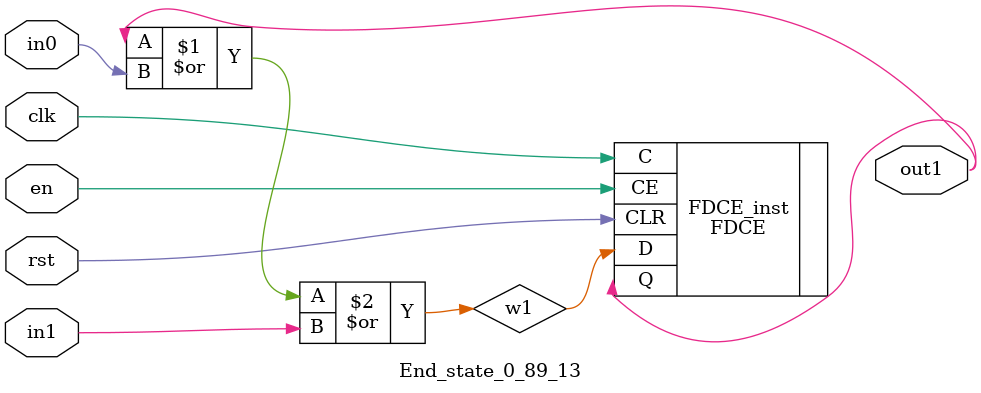
<source format=v>
module engine_0_89(out,clk,sod,en, in_3, in_4, in_5, in_7, in_16, in_18, in_30, in_41, in_46);
//pcre: /^(Color|Motion)/Ri
//block char: N[0], O[0], L[0], I[0], r[0], c[0], t[0], M[0], ^[9], 

	input clk,sod,en;

	input in_3, in_4, in_5, in_7, in_16, in_18, in_30, in_41, in_46;
	output out;

	assign w0 = 1'b1;
	state_0_89_1 BlockState_0_89_1 (w1,in_46,clk,en,sod,w0);
	state_0_89_2 BlockState_0_89_2 (w2,in_18,clk,en,sod,w1);
	state_0_89_3 BlockState_0_89_3 (w3,in_4,clk,en,sod,w2);
	state_0_89_4 BlockState_0_89_4 (w4,in_5,clk,en,sod,w3);
	state_0_89_5 BlockState_0_89_5 (w5,in_4,clk,en,sod,w4);
	state_0_89_6 BlockState_0_89_6 (w6,in_16,clk,en,sod,w5);
	state_0_89_7 BlockState_0_89_7 (w7,in_41,clk,en,sod,w1);
	state_0_89_8 BlockState_0_89_8 (w8,in_4,clk,en,sod,w7);
	state_0_89_9 BlockState_0_89_9 (w9,in_30,clk,en,sod,w8);
	state_0_89_10 BlockState_0_89_10 (w10,in_7,clk,en,sod,w9);
	state_0_89_11 BlockState_0_89_11 (w11,in_4,clk,en,sod,w10);
	state_0_89_12 BlockState_0_89_12 (w12,in_3,clk,en,sod,w11);
	End_state_0_89_13 BlockState_0_89_13 (out,clk,en,sod,w6,w12);
endmodule

module state_0_89_1(out1,in_char,clk,en,rst,in0);
	input in_char,clk,en,rst,in0;
	output out1;
	wire w1,w2;
	assign w1 = in0; 
	and(w2,in_char,w1);
	FDCE #(.INIT(1'b0)) FDCE_inst (
		.Q(out1),
		.C(clk),
		.CE(en),
		.CLR(rst),
		.D(w2)
);
endmodule

module state_0_89_2(out1,in_char,clk,en,rst,in0);
	input in_char,clk,en,rst,in0;
	output out1;
	wire w1,w2;
	assign w1 = in0; 
	and(w2,in_char,w1);
	FDCE #(.INIT(1'b0)) FDCE_inst (
		.Q(out1),
		.C(clk),
		.CE(en),
		.CLR(rst),
		.D(w2)
);
endmodule

module state_0_89_3(out1,in_char,clk,en,rst,in0);
	input in_char,clk,en,rst,in0;
	output out1;
	wire w1,w2;
	assign w1 = in0; 
	and(w2,in_char,w1);
	FDCE #(.INIT(1'b0)) FDCE_inst (
		.Q(out1),
		.C(clk),
		.CE(en),
		.CLR(rst),
		.D(w2)
);
endmodule

module state_0_89_4(out1,in_char,clk,en,rst,in0);
	input in_char,clk,en,rst,in0;
	output out1;
	wire w1,w2;
	assign w1 = in0; 
	and(w2,in_char,w1);
	FDCE #(.INIT(1'b0)) FDCE_inst (
		.Q(out1),
		.C(clk),
		.CE(en),
		.CLR(rst),
		.D(w2)
);
endmodule

module state_0_89_5(out1,in_char,clk,en,rst,in0);
	input in_char,clk,en,rst,in0;
	output out1;
	wire w1,w2;
	assign w1 = in0; 
	and(w2,in_char,w1);
	FDCE #(.INIT(1'b0)) FDCE_inst (
		.Q(out1),
		.C(clk),
		.CE(en),
		.CLR(rst),
		.D(w2)
);
endmodule

module state_0_89_6(out1,in_char,clk,en,rst,in0);
	input in_char,clk,en,rst,in0;
	output out1;
	wire w1,w2;
	assign w1 = in0; 
	and(w2,in_char,w1);
	FDCE #(.INIT(1'b0)) FDCE_inst (
		.Q(out1),
		.C(clk),
		.CE(en),
		.CLR(rst),
		.D(w2)
);
endmodule

module state_0_89_7(out1,in_char,clk,en,rst,in0);
	input in_char,clk,en,rst,in0;
	output out1;
	wire w1,w2;
	assign w1 = in0; 
	and(w2,in_char,w1);
	FDCE #(.INIT(1'b0)) FDCE_inst (
		.Q(out1),
		.C(clk),
		.CE(en),
		.CLR(rst),
		.D(w2)
);
endmodule

module state_0_89_8(out1,in_char,clk,en,rst,in0);
	input in_char,clk,en,rst,in0;
	output out1;
	wire w1,w2;
	assign w1 = in0; 
	and(w2,in_char,w1);
	FDCE #(.INIT(1'b0)) FDCE_inst (
		.Q(out1),
		.C(clk),
		.CE(en),
		.CLR(rst),
		.D(w2)
);
endmodule

module state_0_89_9(out1,in_char,clk,en,rst,in0);
	input in_char,clk,en,rst,in0;
	output out1;
	wire w1,w2;
	assign w1 = in0; 
	and(w2,in_char,w1);
	FDCE #(.INIT(1'b0)) FDCE_inst (
		.Q(out1),
		.C(clk),
		.CE(en),
		.CLR(rst),
		.D(w2)
);
endmodule

module state_0_89_10(out1,in_char,clk,en,rst,in0);
	input in_char,clk,en,rst,in0;
	output out1;
	wire w1,w2;
	assign w1 = in0; 
	and(w2,in_char,w1);
	FDCE #(.INIT(1'b0)) FDCE_inst (
		.Q(out1),
		.C(clk),
		.CE(en),
		.CLR(rst),
		.D(w2)
);
endmodule

module state_0_89_11(out1,in_char,clk,en,rst,in0);
	input in_char,clk,en,rst,in0;
	output out1;
	wire w1,w2;
	assign w1 = in0; 
	and(w2,in_char,w1);
	FDCE #(.INIT(1'b0)) FDCE_inst (
		.Q(out1),
		.C(clk),
		.CE(en),
		.CLR(rst),
		.D(w2)
);
endmodule

module state_0_89_12(out1,in_char,clk,en,rst,in0);
	input in_char,clk,en,rst,in0;
	output out1;
	wire w1,w2;
	assign w1 = in0; 
	and(w2,in_char,w1);
	FDCE #(.INIT(1'b0)) FDCE_inst (
		.Q(out1),
		.C(clk),
		.CE(en),
		.CLR(rst),
		.D(w2)
);
endmodule

module End_state_0_89_13(out1,clk,en,rst,in0,in1);
	input clk,rst,en,in0,in1;
	output out1;
	wire w1;
	or(w1,out1,in0,in1);
	FDCE #(.INIT(1'b0)) FDCE_inst (
		.Q(out1),
		.C(clk),
		.CE(en),
		.CLR(rst),
		.D(w1)
);
endmodule


</source>
